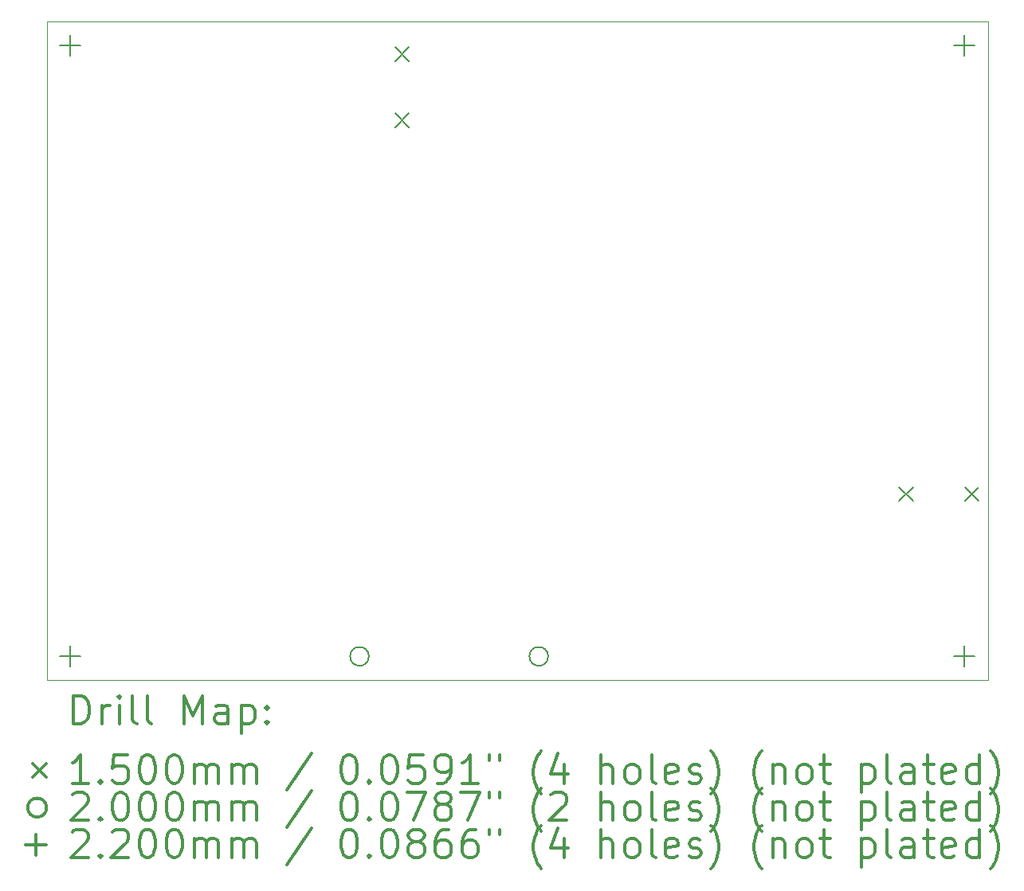
<source format=gbr>
%FSLAX45Y45*%
G04 Gerber Fmt 4.5, Leading zero omitted, Abs format (unit mm)*
G04 Created by KiCad (PCBNEW (5.1.12)-1) date 2021-12-05 12:24:00*
%MOMM*%
%LPD*%
G01*
G04 APERTURE LIST*
%TA.AperFunction,Profile*%
%ADD10C,0.050000*%
%TD*%
%ADD11C,0.200000*%
%ADD12C,0.300000*%
G04 APERTURE END LIST*
D10*
X14750000Y-7500000D02*
X14750000Y-14500000D01*
X4750000Y-7500000D02*
X14750000Y-7500000D01*
X4750000Y-14500000D02*
X4750000Y-7500000D01*
X14750000Y-14500000D02*
X4750000Y-14500000D01*
D11*
X8450000Y-7772500D02*
X8600000Y-7922500D01*
X8600000Y-7772500D02*
X8450000Y-7922500D01*
X8450000Y-8472500D02*
X8600000Y-8622500D01*
X8600000Y-8472500D02*
X8450000Y-8622500D01*
X13802500Y-12450000D02*
X13952500Y-12600000D01*
X13952500Y-12450000D02*
X13802500Y-12600000D01*
X14502500Y-12450000D02*
X14652500Y-12600000D01*
X14652500Y-12450000D02*
X14502500Y-12600000D01*
X8172500Y-14249746D02*
G75*
G03*
X8172500Y-14249746I-100000J0D01*
G01*
X10077500Y-14249746D02*
G75*
G03*
X10077500Y-14249746I-100000J0D01*
G01*
X5000000Y-7640000D02*
X5000000Y-7860000D01*
X4890000Y-7750000D02*
X5110000Y-7750000D01*
X5000000Y-14140000D02*
X5000000Y-14360000D01*
X4890000Y-14250000D02*
X5110000Y-14250000D01*
X14500000Y-7640000D02*
X14500000Y-7860000D01*
X14390000Y-7750000D02*
X14610000Y-7750000D01*
X14500000Y-14140000D02*
X14500000Y-14360000D01*
X14390000Y-14250000D02*
X14610000Y-14250000D01*
D12*
X5033928Y-14968214D02*
X5033928Y-14668214D01*
X5105357Y-14668214D01*
X5148214Y-14682500D01*
X5176786Y-14711071D01*
X5191071Y-14739643D01*
X5205357Y-14796786D01*
X5205357Y-14839643D01*
X5191071Y-14896786D01*
X5176786Y-14925357D01*
X5148214Y-14953929D01*
X5105357Y-14968214D01*
X5033928Y-14968214D01*
X5333928Y-14968214D02*
X5333928Y-14768214D01*
X5333928Y-14825357D02*
X5348214Y-14796786D01*
X5362500Y-14782500D01*
X5391071Y-14768214D01*
X5419643Y-14768214D01*
X5519643Y-14968214D02*
X5519643Y-14768214D01*
X5519643Y-14668214D02*
X5505357Y-14682500D01*
X5519643Y-14696786D01*
X5533928Y-14682500D01*
X5519643Y-14668214D01*
X5519643Y-14696786D01*
X5705357Y-14968214D02*
X5676786Y-14953929D01*
X5662500Y-14925357D01*
X5662500Y-14668214D01*
X5862500Y-14968214D02*
X5833928Y-14953929D01*
X5819643Y-14925357D01*
X5819643Y-14668214D01*
X6205357Y-14968214D02*
X6205357Y-14668214D01*
X6305357Y-14882500D01*
X6405357Y-14668214D01*
X6405357Y-14968214D01*
X6676786Y-14968214D02*
X6676786Y-14811071D01*
X6662500Y-14782500D01*
X6633928Y-14768214D01*
X6576786Y-14768214D01*
X6548214Y-14782500D01*
X6676786Y-14953929D02*
X6648214Y-14968214D01*
X6576786Y-14968214D01*
X6548214Y-14953929D01*
X6533928Y-14925357D01*
X6533928Y-14896786D01*
X6548214Y-14868214D01*
X6576786Y-14853929D01*
X6648214Y-14853929D01*
X6676786Y-14839643D01*
X6819643Y-14768214D02*
X6819643Y-15068214D01*
X6819643Y-14782500D02*
X6848214Y-14768214D01*
X6905357Y-14768214D01*
X6933928Y-14782500D01*
X6948214Y-14796786D01*
X6962500Y-14825357D01*
X6962500Y-14911071D01*
X6948214Y-14939643D01*
X6933928Y-14953929D01*
X6905357Y-14968214D01*
X6848214Y-14968214D01*
X6819643Y-14953929D01*
X7091071Y-14939643D02*
X7105357Y-14953929D01*
X7091071Y-14968214D01*
X7076786Y-14953929D01*
X7091071Y-14939643D01*
X7091071Y-14968214D01*
X7091071Y-14782500D02*
X7105357Y-14796786D01*
X7091071Y-14811071D01*
X7076786Y-14796786D01*
X7091071Y-14782500D01*
X7091071Y-14811071D01*
X4597500Y-15387500D02*
X4747500Y-15537500D01*
X4747500Y-15387500D02*
X4597500Y-15537500D01*
X5191071Y-15598214D02*
X5019643Y-15598214D01*
X5105357Y-15598214D02*
X5105357Y-15298214D01*
X5076786Y-15341071D01*
X5048214Y-15369643D01*
X5019643Y-15383929D01*
X5319643Y-15569643D02*
X5333928Y-15583929D01*
X5319643Y-15598214D01*
X5305357Y-15583929D01*
X5319643Y-15569643D01*
X5319643Y-15598214D01*
X5605357Y-15298214D02*
X5462500Y-15298214D01*
X5448214Y-15441071D01*
X5462500Y-15426786D01*
X5491071Y-15412500D01*
X5562500Y-15412500D01*
X5591071Y-15426786D01*
X5605357Y-15441071D01*
X5619643Y-15469643D01*
X5619643Y-15541071D01*
X5605357Y-15569643D01*
X5591071Y-15583929D01*
X5562500Y-15598214D01*
X5491071Y-15598214D01*
X5462500Y-15583929D01*
X5448214Y-15569643D01*
X5805357Y-15298214D02*
X5833928Y-15298214D01*
X5862500Y-15312500D01*
X5876786Y-15326786D01*
X5891071Y-15355357D01*
X5905357Y-15412500D01*
X5905357Y-15483929D01*
X5891071Y-15541071D01*
X5876786Y-15569643D01*
X5862500Y-15583929D01*
X5833928Y-15598214D01*
X5805357Y-15598214D01*
X5776786Y-15583929D01*
X5762500Y-15569643D01*
X5748214Y-15541071D01*
X5733928Y-15483929D01*
X5733928Y-15412500D01*
X5748214Y-15355357D01*
X5762500Y-15326786D01*
X5776786Y-15312500D01*
X5805357Y-15298214D01*
X6091071Y-15298214D02*
X6119643Y-15298214D01*
X6148214Y-15312500D01*
X6162500Y-15326786D01*
X6176786Y-15355357D01*
X6191071Y-15412500D01*
X6191071Y-15483929D01*
X6176786Y-15541071D01*
X6162500Y-15569643D01*
X6148214Y-15583929D01*
X6119643Y-15598214D01*
X6091071Y-15598214D01*
X6062500Y-15583929D01*
X6048214Y-15569643D01*
X6033928Y-15541071D01*
X6019643Y-15483929D01*
X6019643Y-15412500D01*
X6033928Y-15355357D01*
X6048214Y-15326786D01*
X6062500Y-15312500D01*
X6091071Y-15298214D01*
X6319643Y-15598214D02*
X6319643Y-15398214D01*
X6319643Y-15426786D02*
X6333928Y-15412500D01*
X6362500Y-15398214D01*
X6405357Y-15398214D01*
X6433928Y-15412500D01*
X6448214Y-15441071D01*
X6448214Y-15598214D01*
X6448214Y-15441071D02*
X6462500Y-15412500D01*
X6491071Y-15398214D01*
X6533928Y-15398214D01*
X6562500Y-15412500D01*
X6576786Y-15441071D01*
X6576786Y-15598214D01*
X6719643Y-15598214D02*
X6719643Y-15398214D01*
X6719643Y-15426786D02*
X6733928Y-15412500D01*
X6762500Y-15398214D01*
X6805357Y-15398214D01*
X6833928Y-15412500D01*
X6848214Y-15441071D01*
X6848214Y-15598214D01*
X6848214Y-15441071D02*
X6862500Y-15412500D01*
X6891071Y-15398214D01*
X6933928Y-15398214D01*
X6962500Y-15412500D01*
X6976786Y-15441071D01*
X6976786Y-15598214D01*
X7562500Y-15283929D02*
X7305357Y-15669643D01*
X7948214Y-15298214D02*
X7976786Y-15298214D01*
X8005357Y-15312500D01*
X8019643Y-15326786D01*
X8033928Y-15355357D01*
X8048214Y-15412500D01*
X8048214Y-15483929D01*
X8033928Y-15541071D01*
X8019643Y-15569643D01*
X8005357Y-15583929D01*
X7976786Y-15598214D01*
X7948214Y-15598214D01*
X7919643Y-15583929D01*
X7905357Y-15569643D01*
X7891071Y-15541071D01*
X7876786Y-15483929D01*
X7876786Y-15412500D01*
X7891071Y-15355357D01*
X7905357Y-15326786D01*
X7919643Y-15312500D01*
X7948214Y-15298214D01*
X8176786Y-15569643D02*
X8191071Y-15583929D01*
X8176786Y-15598214D01*
X8162500Y-15583929D01*
X8176786Y-15569643D01*
X8176786Y-15598214D01*
X8376786Y-15298214D02*
X8405357Y-15298214D01*
X8433928Y-15312500D01*
X8448214Y-15326786D01*
X8462500Y-15355357D01*
X8476786Y-15412500D01*
X8476786Y-15483929D01*
X8462500Y-15541071D01*
X8448214Y-15569643D01*
X8433928Y-15583929D01*
X8405357Y-15598214D01*
X8376786Y-15598214D01*
X8348214Y-15583929D01*
X8333928Y-15569643D01*
X8319643Y-15541071D01*
X8305357Y-15483929D01*
X8305357Y-15412500D01*
X8319643Y-15355357D01*
X8333928Y-15326786D01*
X8348214Y-15312500D01*
X8376786Y-15298214D01*
X8748214Y-15298214D02*
X8605357Y-15298214D01*
X8591071Y-15441071D01*
X8605357Y-15426786D01*
X8633928Y-15412500D01*
X8705357Y-15412500D01*
X8733928Y-15426786D01*
X8748214Y-15441071D01*
X8762500Y-15469643D01*
X8762500Y-15541071D01*
X8748214Y-15569643D01*
X8733928Y-15583929D01*
X8705357Y-15598214D01*
X8633928Y-15598214D01*
X8605357Y-15583929D01*
X8591071Y-15569643D01*
X8905357Y-15598214D02*
X8962500Y-15598214D01*
X8991071Y-15583929D01*
X9005357Y-15569643D01*
X9033928Y-15526786D01*
X9048214Y-15469643D01*
X9048214Y-15355357D01*
X9033928Y-15326786D01*
X9019643Y-15312500D01*
X8991071Y-15298214D01*
X8933928Y-15298214D01*
X8905357Y-15312500D01*
X8891071Y-15326786D01*
X8876786Y-15355357D01*
X8876786Y-15426786D01*
X8891071Y-15455357D01*
X8905357Y-15469643D01*
X8933928Y-15483929D01*
X8991071Y-15483929D01*
X9019643Y-15469643D01*
X9033928Y-15455357D01*
X9048214Y-15426786D01*
X9333928Y-15598214D02*
X9162500Y-15598214D01*
X9248214Y-15598214D02*
X9248214Y-15298214D01*
X9219643Y-15341071D01*
X9191071Y-15369643D01*
X9162500Y-15383929D01*
X9448214Y-15298214D02*
X9448214Y-15355357D01*
X9562500Y-15298214D02*
X9562500Y-15355357D01*
X10005357Y-15712500D02*
X9991071Y-15698214D01*
X9962500Y-15655357D01*
X9948214Y-15626786D01*
X9933928Y-15583929D01*
X9919643Y-15512500D01*
X9919643Y-15455357D01*
X9933928Y-15383929D01*
X9948214Y-15341071D01*
X9962500Y-15312500D01*
X9991071Y-15269643D01*
X10005357Y-15255357D01*
X10248214Y-15398214D02*
X10248214Y-15598214D01*
X10176786Y-15283929D02*
X10105357Y-15498214D01*
X10291071Y-15498214D01*
X10633928Y-15598214D02*
X10633928Y-15298214D01*
X10762500Y-15598214D02*
X10762500Y-15441071D01*
X10748214Y-15412500D01*
X10719643Y-15398214D01*
X10676786Y-15398214D01*
X10648214Y-15412500D01*
X10633928Y-15426786D01*
X10948214Y-15598214D02*
X10919643Y-15583929D01*
X10905357Y-15569643D01*
X10891071Y-15541071D01*
X10891071Y-15455357D01*
X10905357Y-15426786D01*
X10919643Y-15412500D01*
X10948214Y-15398214D01*
X10991071Y-15398214D01*
X11019643Y-15412500D01*
X11033928Y-15426786D01*
X11048214Y-15455357D01*
X11048214Y-15541071D01*
X11033928Y-15569643D01*
X11019643Y-15583929D01*
X10991071Y-15598214D01*
X10948214Y-15598214D01*
X11219643Y-15598214D02*
X11191071Y-15583929D01*
X11176786Y-15555357D01*
X11176786Y-15298214D01*
X11448214Y-15583929D02*
X11419643Y-15598214D01*
X11362500Y-15598214D01*
X11333928Y-15583929D01*
X11319643Y-15555357D01*
X11319643Y-15441071D01*
X11333928Y-15412500D01*
X11362500Y-15398214D01*
X11419643Y-15398214D01*
X11448214Y-15412500D01*
X11462500Y-15441071D01*
X11462500Y-15469643D01*
X11319643Y-15498214D01*
X11576786Y-15583929D02*
X11605357Y-15598214D01*
X11662500Y-15598214D01*
X11691071Y-15583929D01*
X11705357Y-15555357D01*
X11705357Y-15541071D01*
X11691071Y-15512500D01*
X11662500Y-15498214D01*
X11619643Y-15498214D01*
X11591071Y-15483929D01*
X11576786Y-15455357D01*
X11576786Y-15441071D01*
X11591071Y-15412500D01*
X11619643Y-15398214D01*
X11662500Y-15398214D01*
X11691071Y-15412500D01*
X11805357Y-15712500D02*
X11819643Y-15698214D01*
X11848214Y-15655357D01*
X11862500Y-15626786D01*
X11876786Y-15583929D01*
X11891071Y-15512500D01*
X11891071Y-15455357D01*
X11876786Y-15383929D01*
X11862500Y-15341071D01*
X11848214Y-15312500D01*
X11819643Y-15269643D01*
X11805357Y-15255357D01*
X12348214Y-15712500D02*
X12333928Y-15698214D01*
X12305357Y-15655357D01*
X12291071Y-15626786D01*
X12276786Y-15583929D01*
X12262500Y-15512500D01*
X12262500Y-15455357D01*
X12276786Y-15383929D01*
X12291071Y-15341071D01*
X12305357Y-15312500D01*
X12333928Y-15269643D01*
X12348214Y-15255357D01*
X12462500Y-15398214D02*
X12462500Y-15598214D01*
X12462500Y-15426786D02*
X12476786Y-15412500D01*
X12505357Y-15398214D01*
X12548214Y-15398214D01*
X12576786Y-15412500D01*
X12591071Y-15441071D01*
X12591071Y-15598214D01*
X12776786Y-15598214D02*
X12748214Y-15583929D01*
X12733928Y-15569643D01*
X12719643Y-15541071D01*
X12719643Y-15455357D01*
X12733928Y-15426786D01*
X12748214Y-15412500D01*
X12776786Y-15398214D01*
X12819643Y-15398214D01*
X12848214Y-15412500D01*
X12862500Y-15426786D01*
X12876786Y-15455357D01*
X12876786Y-15541071D01*
X12862500Y-15569643D01*
X12848214Y-15583929D01*
X12819643Y-15598214D01*
X12776786Y-15598214D01*
X12962500Y-15398214D02*
X13076786Y-15398214D01*
X13005357Y-15298214D02*
X13005357Y-15555357D01*
X13019643Y-15583929D01*
X13048214Y-15598214D01*
X13076786Y-15598214D01*
X13405357Y-15398214D02*
X13405357Y-15698214D01*
X13405357Y-15412500D02*
X13433928Y-15398214D01*
X13491071Y-15398214D01*
X13519643Y-15412500D01*
X13533928Y-15426786D01*
X13548214Y-15455357D01*
X13548214Y-15541071D01*
X13533928Y-15569643D01*
X13519643Y-15583929D01*
X13491071Y-15598214D01*
X13433928Y-15598214D01*
X13405357Y-15583929D01*
X13719643Y-15598214D02*
X13691071Y-15583929D01*
X13676786Y-15555357D01*
X13676786Y-15298214D01*
X13962500Y-15598214D02*
X13962500Y-15441071D01*
X13948214Y-15412500D01*
X13919643Y-15398214D01*
X13862500Y-15398214D01*
X13833928Y-15412500D01*
X13962500Y-15583929D02*
X13933928Y-15598214D01*
X13862500Y-15598214D01*
X13833928Y-15583929D01*
X13819643Y-15555357D01*
X13819643Y-15526786D01*
X13833928Y-15498214D01*
X13862500Y-15483929D01*
X13933928Y-15483929D01*
X13962500Y-15469643D01*
X14062500Y-15398214D02*
X14176786Y-15398214D01*
X14105357Y-15298214D02*
X14105357Y-15555357D01*
X14119643Y-15583929D01*
X14148214Y-15598214D01*
X14176786Y-15598214D01*
X14391071Y-15583929D02*
X14362500Y-15598214D01*
X14305357Y-15598214D01*
X14276786Y-15583929D01*
X14262500Y-15555357D01*
X14262500Y-15441071D01*
X14276786Y-15412500D01*
X14305357Y-15398214D01*
X14362500Y-15398214D01*
X14391071Y-15412500D01*
X14405357Y-15441071D01*
X14405357Y-15469643D01*
X14262500Y-15498214D01*
X14662500Y-15598214D02*
X14662500Y-15298214D01*
X14662500Y-15583929D02*
X14633928Y-15598214D01*
X14576786Y-15598214D01*
X14548214Y-15583929D01*
X14533928Y-15569643D01*
X14519643Y-15541071D01*
X14519643Y-15455357D01*
X14533928Y-15426786D01*
X14548214Y-15412500D01*
X14576786Y-15398214D01*
X14633928Y-15398214D01*
X14662500Y-15412500D01*
X14776786Y-15712500D02*
X14791071Y-15698214D01*
X14819643Y-15655357D01*
X14833928Y-15626786D01*
X14848214Y-15583929D01*
X14862500Y-15512500D01*
X14862500Y-15455357D01*
X14848214Y-15383929D01*
X14833928Y-15341071D01*
X14819643Y-15312500D01*
X14791071Y-15269643D01*
X14776786Y-15255357D01*
X4747500Y-15858500D02*
G75*
G03*
X4747500Y-15858500I-100000J0D01*
G01*
X5019643Y-15722786D02*
X5033928Y-15708500D01*
X5062500Y-15694214D01*
X5133928Y-15694214D01*
X5162500Y-15708500D01*
X5176786Y-15722786D01*
X5191071Y-15751357D01*
X5191071Y-15779929D01*
X5176786Y-15822786D01*
X5005357Y-15994214D01*
X5191071Y-15994214D01*
X5319643Y-15965643D02*
X5333928Y-15979929D01*
X5319643Y-15994214D01*
X5305357Y-15979929D01*
X5319643Y-15965643D01*
X5319643Y-15994214D01*
X5519643Y-15694214D02*
X5548214Y-15694214D01*
X5576786Y-15708500D01*
X5591071Y-15722786D01*
X5605357Y-15751357D01*
X5619643Y-15808500D01*
X5619643Y-15879929D01*
X5605357Y-15937071D01*
X5591071Y-15965643D01*
X5576786Y-15979929D01*
X5548214Y-15994214D01*
X5519643Y-15994214D01*
X5491071Y-15979929D01*
X5476786Y-15965643D01*
X5462500Y-15937071D01*
X5448214Y-15879929D01*
X5448214Y-15808500D01*
X5462500Y-15751357D01*
X5476786Y-15722786D01*
X5491071Y-15708500D01*
X5519643Y-15694214D01*
X5805357Y-15694214D02*
X5833928Y-15694214D01*
X5862500Y-15708500D01*
X5876786Y-15722786D01*
X5891071Y-15751357D01*
X5905357Y-15808500D01*
X5905357Y-15879929D01*
X5891071Y-15937071D01*
X5876786Y-15965643D01*
X5862500Y-15979929D01*
X5833928Y-15994214D01*
X5805357Y-15994214D01*
X5776786Y-15979929D01*
X5762500Y-15965643D01*
X5748214Y-15937071D01*
X5733928Y-15879929D01*
X5733928Y-15808500D01*
X5748214Y-15751357D01*
X5762500Y-15722786D01*
X5776786Y-15708500D01*
X5805357Y-15694214D01*
X6091071Y-15694214D02*
X6119643Y-15694214D01*
X6148214Y-15708500D01*
X6162500Y-15722786D01*
X6176786Y-15751357D01*
X6191071Y-15808500D01*
X6191071Y-15879929D01*
X6176786Y-15937071D01*
X6162500Y-15965643D01*
X6148214Y-15979929D01*
X6119643Y-15994214D01*
X6091071Y-15994214D01*
X6062500Y-15979929D01*
X6048214Y-15965643D01*
X6033928Y-15937071D01*
X6019643Y-15879929D01*
X6019643Y-15808500D01*
X6033928Y-15751357D01*
X6048214Y-15722786D01*
X6062500Y-15708500D01*
X6091071Y-15694214D01*
X6319643Y-15994214D02*
X6319643Y-15794214D01*
X6319643Y-15822786D02*
X6333928Y-15808500D01*
X6362500Y-15794214D01*
X6405357Y-15794214D01*
X6433928Y-15808500D01*
X6448214Y-15837071D01*
X6448214Y-15994214D01*
X6448214Y-15837071D02*
X6462500Y-15808500D01*
X6491071Y-15794214D01*
X6533928Y-15794214D01*
X6562500Y-15808500D01*
X6576786Y-15837071D01*
X6576786Y-15994214D01*
X6719643Y-15994214D02*
X6719643Y-15794214D01*
X6719643Y-15822786D02*
X6733928Y-15808500D01*
X6762500Y-15794214D01*
X6805357Y-15794214D01*
X6833928Y-15808500D01*
X6848214Y-15837071D01*
X6848214Y-15994214D01*
X6848214Y-15837071D02*
X6862500Y-15808500D01*
X6891071Y-15794214D01*
X6933928Y-15794214D01*
X6962500Y-15808500D01*
X6976786Y-15837071D01*
X6976786Y-15994214D01*
X7562500Y-15679929D02*
X7305357Y-16065643D01*
X7948214Y-15694214D02*
X7976786Y-15694214D01*
X8005357Y-15708500D01*
X8019643Y-15722786D01*
X8033928Y-15751357D01*
X8048214Y-15808500D01*
X8048214Y-15879929D01*
X8033928Y-15937071D01*
X8019643Y-15965643D01*
X8005357Y-15979929D01*
X7976786Y-15994214D01*
X7948214Y-15994214D01*
X7919643Y-15979929D01*
X7905357Y-15965643D01*
X7891071Y-15937071D01*
X7876786Y-15879929D01*
X7876786Y-15808500D01*
X7891071Y-15751357D01*
X7905357Y-15722786D01*
X7919643Y-15708500D01*
X7948214Y-15694214D01*
X8176786Y-15965643D02*
X8191071Y-15979929D01*
X8176786Y-15994214D01*
X8162500Y-15979929D01*
X8176786Y-15965643D01*
X8176786Y-15994214D01*
X8376786Y-15694214D02*
X8405357Y-15694214D01*
X8433928Y-15708500D01*
X8448214Y-15722786D01*
X8462500Y-15751357D01*
X8476786Y-15808500D01*
X8476786Y-15879929D01*
X8462500Y-15937071D01*
X8448214Y-15965643D01*
X8433928Y-15979929D01*
X8405357Y-15994214D01*
X8376786Y-15994214D01*
X8348214Y-15979929D01*
X8333928Y-15965643D01*
X8319643Y-15937071D01*
X8305357Y-15879929D01*
X8305357Y-15808500D01*
X8319643Y-15751357D01*
X8333928Y-15722786D01*
X8348214Y-15708500D01*
X8376786Y-15694214D01*
X8576786Y-15694214D02*
X8776786Y-15694214D01*
X8648214Y-15994214D01*
X8933928Y-15822786D02*
X8905357Y-15808500D01*
X8891071Y-15794214D01*
X8876786Y-15765643D01*
X8876786Y-15751357D01*
X8891071Y-15722786D01*
X8905357Y-15708500D01*
X8933928Y-15694214D01*
X8991071Y-15694214D01*
X9019643Y-15708500D01*
X9033928Y-15722786D01*
X9048214Y-15751357D01*
X9048214Y-15765643D01*
X9033928Y-15794214D01*
X9019643Y-15808500D01*
X8991071Y-15822786D01*
X8933928Y-15822786D01*
X8905357Y-15837071D01*
X8891071Y-15851357D01*
X8876786Y-15879929D01*
X8876786Y-15937071D01*
X8891071Y-15965643D01*
X8905357Y-15979929D01*
X8933928Y-15994214D01*
X8991071Y-15994214D01*
X9019643Y-15979929D01*
X9033928Y-15965643D01*
X9048214Y-15937071D01*
X9048214Y-15879929D01*
X9033928Y-15851357D01*
X9019643Y-15837071D01*
X8991071Y-15822786D01*
X9148214Y-15694214D02*
X9348214Y-15694214D01*
X9219643Y-15994214D01*
X9448214Y-15694214D02*
X9448214Y-15751357D01*
X9562500Y-15694214D02*
X9562500Y-15751357D01*
X10005357Y-16108500D02*
X9991071Y-16094214D01*
X9962500Y-16051357D01*
X9948214Y-16022786D01*
X9933928Y-15979929D01*
X9919643Y-15908500D01*
X9919643Y-15851357D01*
X9933928Y-15779929D01*
X9948214Y-15737071D01*
X9962500Y-15708500D01*
X9991071Y-15665643D01*
X10005357Y-15651357D01*
X10105357Y-15722786D02*
X10119643Y-15708500D01*
X10148214Y-15694214D01*
X10219643Y-15694214D01*
X10248214Y-15708500D01*
X10262500Y-15722786D01*
X10276786Y-15751357D01*
X10276786Y-15779929D01*
X10262500Y-15822786D01*
X10091071Y-15994214D01*
X10276786Y-15994214D01*
X10633928Y-15994214D02*
X10633928Y-15694214D01*
X10762500Y-15994214D02*
X10762500Y-15837071D01*
X10748214Y-15808500D01*
X10719643Y-15794214D01*
X10676786Y-15794214D01*
X10648214Y-15808500D01*
X10633928Y-15822786D01*
X10948214Y-15994214D02*
X10919643Y-15979929D01*
X10905357Y-15965643D01*
X10891071Y-15937071D01*
X10891071Y-15851357D01*
X10905357Y-15822786D01*
X10919643Y-15808500D01*
X10948214Y-15794214D01*
X10991071Y-15794214D01*
X11019643Y-15808500D01*
X11033928Y-15822786D01*
X11048214Y-15851357D01*
X11048214Y-15937071D01*
X11033928Y-15965643D01*
X11019643Y-15979929D01*
X10991071Y-15994214D01*
X10948214Y-15994214D01*
X11219643Y-15994214D02*
X11191071Y-15979929D01*
X11176786Y-15951357D01*
X11176786Y-15694214D01*
X11448214Y-15979929D02*
X11419643Y-15994214D01*
X11362500Y-15994214D01*
X11333928Y-15979929D01*
X11319643Y-15951357D01*
X11319643Y-15837071D01*
X11333928Y-15808500D01*
X11362500Y-15794214D01*
X11419643Y-15794214D01*
X11448214Y-15808500D01*
X11462500Y-15837071D01*
X11462500Y-15865643D01*
X11319643Y-15894214D01*
X11576786Y-15979929D02*
X11605357Y-15994214D01*
X11662500Y-15994214D01*
X11691071Y-15979929D01*
X11705357Y-15951357D01*
X11705357Y-15937071D01*
X11691071Y-15908500D01*
X11662500Y-15894214D01*
X11619643Y-15894214D01*
X11591071Y-15879929D01*
X11576786Y-15851357D01*
X11576786Y-15837071D01*
X11591071Y-15808500D01*
X11619643Y-15794214D01*
X11662500Y-15794214D01*
X11691071Y-15808500D01*
X11805357Y-16108500D02*
X11819643Y-16094214D01*
X11848214Y-16051357D01*
X11862500Y-16022786D01*
X11876786Y-15979929D01*
X11891071Y-15908500D01*
X11891071Y-15851357D01*
X11876786Y-15779929D01*
X11862500Y-15737071D01*
X11848214Y-15708500D01*
X11819643Y-15665643D01*
X11805357Y-15651357D01*
X12348214Y-16108500D02*
X12333928Y-16094214D01*
X12305357Y-16051357D01*
X12291071Y-16022786D01*
X12276786Y-15979929D01*
X12262500Y-15908500D01*
X12262500Y-15851357D01*
X12276786Y-15779929D01*
X12291071Y-15737071D01*
X12305357Y-15708500D01*
X12333928Y-15665643D01*
X12348214Y-15651357D01*
X12462500Y-15794214D02*
X12462500Y-15994214D01*
X12462500Y-15822786D02*
X12476786Y-15808500D01*
X12505357Y-15794214D01*
X12548214Y-15794214D01*
X12576786Y-15808500D01*
X12591071Y-15837071D01*
X12591071Y-15994214D01*
X12776786Y-15994214D02*
X12748214Y-15979929D01*
X12733928Y-15965643D01*
X12719643Y-15937071D01*
X12719643Y-15851357D01*
X12733928Y-15822786D01*
X12748214Y-15808500D01*
X12776786Y-15794214D01*
X12819643Y-15794214D01*
X12848214Y-15808500D01*
X12862500Y-15822786D01*
X12876786Y-15851357D01*
X12876786Y-15937071D01*
X12862500Y-15965643D01*
X12848214Y-15979929D01*
X12819643Y-15994214D01*
X12776786Y-15994214D01*
X12962500Y-15794214D02*
X13076786Y-15794214D01*
X13005357Y-15694214D02*
X13005357Y-15951357D01*
X13019643Y-15979929D01*
X13048214Y-15994214D01*
X13076786Y-15994214D01*
X13405357Y-15794214D02*
X13405357Y-16094214D01*
X13405357Y-15808500D02*
X13433928Y-15794214D01*
X13491071Y-15794214D01*
X13519643Y-15808500D01*
X13533928Y-15822786D01*
X13548214Y-15851357D01*
X13548214Y-15937071D01*
X13533928Y-15965643D01*
X13519643Y-15979929D01*
X13491071Y-15994214D01*
X13433928Y-15994214D01*
X13405357Y-15979929D01*
X13719643Y-15994214D02*
X13691071Y-15979929D01*
X13676786Y-15951357D01*
X13676786Y-15694214D01*
X13962500Y-15994214D02*
X13962500Y-15837071D01*
X13948214Y-15808500D01*
X13919643Y-15794214D01*
X13862500Y-15794214D01*
X13833928Y-15808500D01*
X13962500Y-15979929D02*
X13933928Y-15994214D01*
X13862500Y-15994214D01*
X13833928Y-15979929D01*
X13819643Y-15951357D01*
X13819643Y-15922786D01*
X13833928Y-15894214D01*
X13862500Y-15879929D01*
X13933928Y-15879929D01*
X13962500Y-15865643D01*
X14062500Y-15794214D02*
X14176786Y-15794214D01*
X14105357Y-15694214D02*
X14105357Y-15951357D01*
X14119643Y-15979929D01*
X14148214Y-15994214D01*
X14176786Y-15994214D01*
X14391071Y-15979929D02*
X14362500Y-15994214D01*
X14305357Y-15994214D01*
X14276786Y-15979929D01*
X14262500Y-15951357D01*
X14262500Y-15837071D01*
X14276786Y-15808500D01*
X14305357Y-15794214D01*
X14362500Y-15794214D01*
X14391071Y-15808500D01*
X14405357Y-15837071D01*
X14405357Y-15865643D01*
X14262500Y-15894214D01*
X14662500Y-15994214D02*
X14662500Y-15694214D01*
X14662500Y-15979929D02*
X14633928Y-15994214D01*
X14576786Y-15994214D01*
X14548214Y-15979929D01*
X14533928Y-15965643D01*
X14519643Y-15937071D01*
X14519643Y-15851357D01*
X14533928Y-15822786D01*
X14548214Y-15808500D01*
X14576786Y-15794214D01*
X14633928Y-15794214D01*
X14662500Y-15808500D01*
X14776786Y-16108500D02*
X14791071Y-16094214D01*
X14819643Y-16051357D01*
X14833928Y-16022786D01*
X14848214Y-15979929D01*
X14862500Y-15908500D01*
X14862500Y-15851357D01*
X14848214Y-15779929D01*
X14833928Y-15737071D01*
X14819643Y-15708500D01*
X14791071Y-15665643D01*
X14776786Y-15651357D01*
X4637500Y-16144500D02*
X4637500Y-16364500D01*
X4527500Y-16254500D02*
X4747500Y-16254500D01*
X5019643Y-16118786D02*
X5033928Y-16104500D01*
X5062500Y-16090214D01*
X5133928Y-16090214D01*
X5162500Y-16104500D01*
X5176786Y-16118786D01*
X5191071Y-16147357D01*
X5191071Y-16175929D01*
X5176786Y-16218786D01*
X5005357Y-16390214D01*
X5191071Y-16390214D01*
X5319643Y-16361643D02*
X5333928Y-16375929D01*
X5319643Y-16390214D01*
X5305357Y-16375929D01*
X5319643Y-16361643D01*
X5319643Y-16390214D01*
X5448214Y-16118786D02*
X5462500Y-16104500D01*
X5491071Y-16090214D01*
X5562500Y-16090214D01*
X5591071Y-16104500D01*
X5605357Y-16118786D01*
X5619643Y-16147357D01*
X5619643Y-16175929D01*
X5605357Y-16218786D01*
X5433928Y-16390214D01*
X5619643Y-16390214D01*
X5805357Y-16090214D02*
X5833928Y-16090214D01*
X5862500Y-16104500D01*
X5876786Y-16118786D01*
X5891071Y-16147357D01*
X5905357Y-16204500D01*
X5905357Y-16275929D01*
X5891071Y-16333071D01*
X5876786Y-16361643D01*
X5862500Y-16375929D01*
X5833928Y-16390214D01*
X5805357Y-16390214D01*
X5776786Y-16375929D01*
X5762500Y-16361643D01*
X5748214Y-16333071D01*
X5733928Y-16275929D01*
X5733928Y-16204500D01*
X5748214Y-16147357D01*
X5762500Y-16118786D01*
X5776786Y-16104500D01*
X5805357Y-16090214D01*
X6091071Y-16090214D02*
X6119643Y-16090214D01*
X6148214Y-16104500D01*
X6162500Y-16118786D01*
X6176786Y-16147357D01*
X6191071Y-16204500D01*
X6191071Y-16275929D01*
X6176786Y-16333071D01*
X6162500Y-16361643D01*
X6148214Y-16375929D01*
X6119643Y-16390214D01*
X6091071Y-16390214D01*
X6062500Y-16375929D01*
X6048214Y-16361643D01*
X6033928Y-16333071D01*
X6019643Y-16275929D01*
X6019643Y-16204500D01*
X6033928Y-16147357D01*
X6048214Y-16118786D01*
X6062500Y-16104500D01*
X6091071Y-16090214D01*
X6319643Y-16390214D02*
X6319643Y-16190214D01*
X6319643Y-16218786D02*
X6333928Y-16204500D01*
X6362500Y-16190214D01*
X6405357Y-16190214D01*
X6433928Y-16204500D01*
X6448214Y-16233071D01*
X6448214Y-16390214D01*
X6448214Y-16233071D02*
X6462500Y-16204500D01*
X6491071Y-16190214D01*
X6533928Y-16190214D01*
X6562500Y-16204500D01*
X6576786Y-16233071D01*
X6576786Y-16390214D01*
X6719643Y-16390214D02*
X6719643Y-16190214D01*
X6719643Y-16218786D02*
X6733928Y-16204500D01*
X6762500Y-16190214D01*
X6805357Y-16190214D01*
X6833928Y-16204500D01*
X6848214Y-16233071D01*
X6848214Y-16390214D01*
X6848214Y-16233071D02*
X6862500Y-16204500D01*
X6891071Y-16190214D01*
X6933928Y-16190214D01*
X6962500Y-16204500D01*
X6976786Y-16233071D01*
X6976786Y-16390214D01*
X7562500Y-16075929D02*
X7305357Y-16461643D01*
X7948214Y-16090214D02*
X7976786Y-16090214D01*
X8005357Y-16104500D01*
X8019643Y-16118786D01*
X8033928Y-16147357D01*
X8048214Y-16204500D01*
X8048214Y-16275929D01*
X8033928Y-16333071D01*
X8019643Y-16361643D01*
X8005357Y-16375929D01*
X7976786Y-16390214D01*
X7948214Y-16390214D01*
X7919643Y-16375929D01*
X7905357Y-16361643D01*
X7891071Y-16333071D01*
X7876786Y-16275929D01*
X7876786Y-16204500D01*
X7891071Y-16147357D01*
X7905357Y-16118786D01*
X7919643Y-16104500D01*
X7948214Y-16090214D01*
X8176786Y-16361643D02*
X8191071Y-16375929D01*
X8176786Y-16390214D01*
X8162500Y-16375929D01*
X8176786Y-16361643D01*
X8176786Y-16390214D01*
X8376786Y-16090214D02*
X8405357Y-16090214D01*
X8433928Y-16104500D01*
X8448214Y-16118786D01*
X8462500Y-16147357D01*
X8476786Y-16204500D01*
X8476786Y-16275929D01*
X8462500Y-16333071D01*
X8448214Y-16361643D01*
X8433928Y-16375929D01*
X8405357Y-16390214D01*
X8376786Y-16390214D01*
X8348214Y-16375929D01*
X8333928Y-16361643D01*
X8319643Y-16333071D01*
X8305357Y-16275929D01*
X8305357Y-16204500D01*
X8319643Y-16147357D01*
X8333928Y-16118786D01*
X8348214Y-16104500D01*
X8376786Y-16090214D01*
X8648214Y-16218786D02*
X8619643Y-16204500D01*
X8605357Y-16190214D01*
X8591071Y-16161643D01*
X8591071Y-16147357D01*
X8605357Y-16118786D01*
X8619643Y-16104500D01*
X8648214Y-16090214D01*
X8705357Y-16090214D01*
X8733928Y-16104500D01*
X8748214Y-16118786D01*
X8762500Y-16147357D01*
X8762500Y-16161643D01*
X8748214Y-16190214D01*
X8733928Y-16204500D01*
X8705357Y-16218786D01*
X8648214Y-16218786D01*
X8619643Y-16233071D01*
X8605357Y-16247357D01*
X8591071Y-16275929D01*
X8591071Y-16333071D01*
X8605357Y-16361643D01*
X8619643Y-16375929D01*
X8648214Y-16390214D01*
X8705357Y-16390214D01*
X8733928Y-16375929D01*
X8748214Y-16361643D01*
X8762500Y-16333071D01*
X8762500Y-16275929D01*
X8748214Y-16247357D01*
X8733928Y-16233071D01*
X8705357Y-16218786D01*
X9019643Y-16090214D02*
X8962500Y-16090214D01*
X8933928Y-16104500D01*
X8919643Y-16118786D01*
X8891071Y-16161643D01*
X8876786Y-16218786D01*
X8876786Y-16333071D01*
X8891071Y-16361643D01*
X8905357Y-16375929D01*
X8933928Y-16390214D01*
X8991071Y-16390214D01*
X9019643Y-16375929D01*
X9033928Y-16361643D01*
X9048214Y-16333071D01*
X9048214Y-16261643D01*
X9033928Y-16233071D01*
X9019643Y-16218786D01*
X8991071Y-16204500D01*
X8933928Y-16204500D01*
X8905357Y-16218786D01*
X8891071Y-16233071D01*
X8876786Y-16261643D01*
X9305357Y-16090214D02*
X9248214Y-16090214D01*
X9219643Y-16104500D01*
X9205357Y-16118786D01*
X9176786Y-16161643D01*
X9162500Y-16218786D01*
X9162500Y-16333071D01*
X9176786Y-16361643D01*
X9191071Y-16375929D01*
X9219643Y-16390214D01*
X9276786Y-16390214D01*
X9305357Y-16375929D01*
X9319643Y-16361643D01*
X9333928Y-16333071D01*
X9333928Y-16261643D01*
X9319643Y-16233071D01*
X9305357Y-16218786D01*
X9276786Y-16204500D01*
X9219643Y-16204500D01*
X9191071Y-16218786D01*
X9176786Y-16233071D01*
X9162500Y-16261643D01*
X9448214Y-16090214D02*
X9448214Y-16147357D01*
X9562500Y-16090214D02*
X9562500Y-16147357D01*
X10005357Y-16504500D02*
X9991071Y-16490214D01*
X9962500Y-16447357D01*
X9948214Y-16418786D01*
X9933928Y-16375929D01*
X9919643Y-16304500D01*
X9919643Y-16247357D01*
X9933928Y-16175929D01*
X9948214Y-16133071D01*
X9962500Y-16104500D01*
X9991071Y-16061643D01*
X10005357Y-16047357D01*
X10248214Y-16190214D02*
X10248214Y-16390214D01*
X10176786Y-16075929D02*
X10105357Y-16290214D01*
X10291071Y-16290214D01*
X10633928Y-16390214D02*
X10633928Y-16090214D01*
X10762500Y-16390214D02*
X10762500Y-16233071D01*
X10748214Y-16204500D01*
X10719643Y-16190214D01*
X10676786Y-16190214D01*
X10648214Y-16204500D01*
X10633928Y-16218786D01*
X10948214Y-16390214D02*
X10919643Y-16375929D01*
X10905357Y-16361643D01*
X10891071Y-16333071D01*
X10891071Y-16247357D01*
X10905357Y-16218786D01*
X10919643Y-16204500D01*
X10948214Y-16190214D01*
X10991071Y-16190214D01*
X11019643Y-16204500D01*
X11033928Y-16218786D01*
X11048214Y-16247357D01*
X11048214Y-16333071D01*
X11033928Y-16361643D01*
X11019643Y-16375929D01*
X10991071Y-16390214D01*
X10948214Y-16390214D01*
X11219643Y-16390214D02*
X11191071Y-16375929D01*
X11176786Y-16347357D01*
X11176786Y-16090214D01*
X11448214Y-16375929D02*
X11419643Y-16390214D01*
X11362500Y-16390214D01*
X11333928Y-16375929D01*
X11319643Y-16347357D01*
X11319643Y-16233071D01*
X11333928Y-16204500D01*
X11362500Y-16190214D01*
X11419643Y-16190214D01*
X11448214Y-16204500D01*
X11462500Y-16233071D01*
X11462500Y-16261643D01*
X11319643Y-16290214D01*
X11576786Y-16375929D02*
X11605357Y-16390214D01*
X11662500Y-16390214D01*
X11691071Y-16375929D01*
X11705357Y-16347357D01*
X11705357Y-16333071D01*
X11691071Y-16304500D01*
X11662500Y-16290214D01*
X11619643Y-16290214D01*
X11591071Y-16275929D01*
X11576786Y-16247357D01*
X11576786Y-16233071D01*
X11591071Y-16204500D01*
X11619643Y-16190214D01*
X11662500Y-16190214D01*
X11691071Y-16204500D01*
X11805357Y-16504500D02*
X11819643Y-16490214D01*
X11848214Y-16447357D01*
X11862500Y-16418786D01*
X11876786Y-16375929D01*
X11891071Y-16304500D01*
X11891071Y-16247357D01*
X11876786Y-16175929D01*
X11862500Y-16133071D01*
X11848214Y-16104500D01*
X11819643Y-16061643D01*
X11805357Y-16047357D01*
X12348214Y-16504500D02*
X12333928Y-16490214D01*
X12305357Y-16447357D01*
X12291071Y-16418786D01*
X12276786Y-16375929D01*
X12262500Y-16304500D01*
X12262500Y-16247357D01*
X12276786Y-16175929D01*
X12291071Y-16133071D01*
X12305357Y-16104500D01*
X12333928Y-16061643D01*
X12348214Y-16047357D01*
X12462500Y-16190214D02*
X12462500Y-16390214D01*
X12462500Y-16218786D02*
X12476786Y-16204500D01*
X12505357Y-16190214D01*
X12548214Y-16190214D01*
X12576786Y-16204500D01*
X12591071Y-16233071D01*
X12591071Y-16390214D01*
X12776786Y-16390214D02*
X12748214Y-16375929D01*
X12733928Y-16361643D01*
X12719643Y-16333071D01*
X12719643Y-16247357D01*
X12733928Y-16218786D01*
X12748214Y-16204500D01*
X12776786Y-16190214D01*
X12819643Y-16190214D01*
X12848214Y-16204500D01*
X12862500Y-16218786D01*
X12876786Y-16247357D01*
X12876786Y-16333071D01*
X12862500Y-16361643D01*
X12848214Y-16375929D01*
X12819643Y-16390214D01*
X12776786Y-16390214D01*
X12962500Y-16190214D02*
X13076786Y-16190214D01*
X13005357Y-16090214D02*
X13005357Y-16347357D01*
X13019643Y-16375929D01*
X13048214Y-16390214D01*
X13076786Y-16390214D01*
X13405357Y-16190214D02*
X13405357Y-16490214D01*
X13405357Y-16204500D02*
X13433928Y-16190214D01*
X13491071Y-16190214D01*
X13519643Y-16204500D01*
X13533928Y-16218786D01*
X13548214Y-16247357D01*
X13548214Y-16333071D01*
X13533928Y-16361643D01*
X13519643Y-16375929D01*
X13491071Y-16390214D01*
X13433928Y-16390214D01*
X13405357Y-16375929D01*
X13719643Y-16390214D02*
X13691071Y-16375929D01*
X13676786Y-16347357D01*
X13676786Y-16090214D01*
X13962500Y-16390214D02*
X13962500Y-16233071D01*
X13948214Y-16204500D01*
X13919643Y-16190214D01*
X13862500Y-16190214D01*
X13833928Y-16204500D01*
X13962500Y-16375929D02*
X13933928Y-16390214D01*
X13862500Y-16390214D01*
X13833928Y-16375929D01*
X13819643Y-16347357D01*
X13819643Y-16318786D01*
X13833928Y-16290214D01*
X13862500Y-16275929D01*
X13933928Y-16275929D01*
X13962500Y-16261643D01*
X14062500Y-16190214D02*
X14176786Y-16190214D01*
X14105357Y-16090214D02*
X14105357Y-16347357D01*
X14119643Y-16375929D01*
X14148214Y-16390214D01*
X14176786Y-16390214D01*
X14391071Y-16375929D02*
X14362500Y-16390214D01*
X14305357Y-16390214D01*
X14276786Y-16375929D01*
X14262500Y-16347357D01*
X14262500Y-16233071D01*
X14276786Y-16204500D01*
X14305357Y-16190214D01*
X14362500Y-16190214D01*
X14391071Y-16204500D01*
X14405357Y-16233071D01*
X14405357Y-16261643D01*
X14262500Y-16290214D01*
X14662500Y-16390214D02*
X14662500Y-16090214D01*
X14662500Y-16375929D02*
X14633928Y-16390214D01*
X14576786Y-16390214D01*
X14548214Y-16375929D01*
X14533928Y-16361643D01*
X14519643Y-16333071D01*
X14519643Y-16247357D01*
X14533928Y-16218786D01*
X14548214Y-16204500D01*
X14576786Y-16190214D01*
X14633928Y-16190214D01*
X14662500Y-16204500D01*
X14776786Y-16504500D02*
X14791071Y-16490214D01*
X14819643Y-16447357D01*
X14833928Y-16418786D01*
X14848214Y-16375929D01*
X14862500Y-16304500D01*
X14862500Y-16247357D01*
X14848214Y-16175929D01*
X14833928Y-16133071D01*
X14819643Y-16104500D01*
X14791071Y-16061643D01*
X14776786Y-16047357D01*
M02*

</source>
